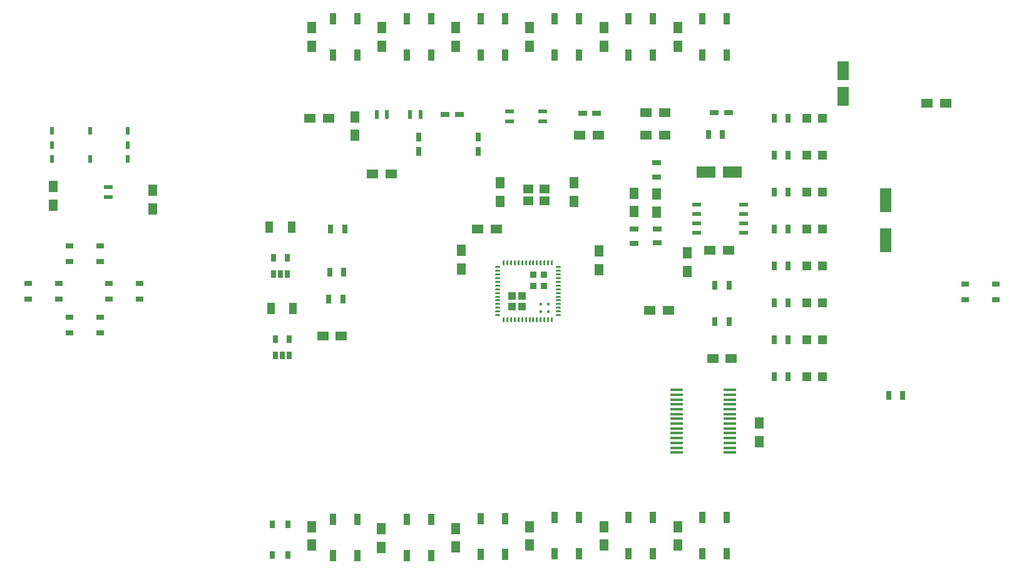
<source format=gtp>
G04 #@! TF.GenerationSoftware,KiCad,Pcbnew,(2016-12-18 revision 3ffa37c)-master*
G04 #@! TF.CreationDate,2017-03-28T17:58:32-07:00*
G04 #@! TF.ProjectId,badge-kicad,62616467652D6B696361642E6B696361,rev?*
G04 #@! TF.FileFunction,Paste,Top*
G04 #@! TF.FilePolarity,Positive*
%FSLAX46Y46*%
G04 Gerber Fmt 4.6, Leading zero omitted, Abs format (unit mm)*
G04 Created by KiCad (PCBNEW (2016-12-18 revision 3ffa37c)-master) date Tuesday, March 28, 2017 'PMt' 05:58:32 PM*
%MOMM*%
%LPD*%
G01*
G04 APERTURE LIST*
%ADD10C,0.150000*%
%ADD11R,0.355600X0.418100*%
%ADD12O,0.254000X0.711200*%
%ADD13O,0.711200X0.254000*%
%ADD14R,1.023800X1.023800*%
%ADD15R,0.925100X0.925100*%
%ADD16R,0.700000X1.300000*%
%ADD17R,1.250000X1.500000*%
%ADD18R,1.500000X1.250000*%
%ADD19R,1.200000X0.750000*%
%ADD20R,0.750000X1.200000*%
%ADD21R,2.499360X1.597660*%
%ADD22R,1.597660X2.499360*%
%ADD23R,1.597660X3.197860*%
%ADD24R,1.300000X0.700000*%
%ADD25R,1.143000X0.508000*%
%ADD26R,1.400000X1.200000*%
%ADD27R,0.500000X1.000000*%
%ADD28R,1.750000X0.450000*%
%ADD29R,0.650000X1.060000*%
%ADD30R,1.000000X1.600000*%
%ADD31R,1.198880X1.198880*%
%ADD32R,1.198880X0.599440*%
%ADD33R,0.599440X1.198880*%
%ADD34R,0.647700X1.049020*%
%ADD35R,1.049020X0.647700*%
%ADD36R,0.899160X1.498600*%
G04 APERTURE END LIST*
D10*
D11*
X150539300Y-91932050D03*
X150539300Y-90932050D03*
X151539300Y-90932050D03*
X151539300Y-91932050D03*
D12*
X145539300Y-85304150D03*
X146039200Y-85304150D03*
X146539100Y-85304150D03*
X147039000Y-85304150D03*
X147538900Y-85304150D03*
X148038800Y-85304150D03*
X148538700Y-85304150D03*
X149038600Y-85304150D03*
X149538500Y-85304150D03*
X150038400Y-85304150D03*
X150538300Y-85304150D03*
X151038200Y-85304150D03*
X151538100Y-85304150D03*
X152038000Y-85304150D03*
X145539300Y-93059750D03*
X146039300Y-93059750D03*
X146539300Y-93059750D03*
X147039300Y-93059750D03*
X147539300Y-93059750D03*
X148039300Y-93059750D03*
X148539300Y-93059750D03*
X149039300Y-93059750D03*
X149539300Y-93059750D03*
X150039300Y-93059750D03*
X150539300Y-93059750D03*
X151039300Y-93059750D03*
X151539300Y-93059750D03*
X152039300Y-93059750D03*
D13*
X144671400Y-85932050D03*
X144671400Y-86432050D03*
X144671400Y-86932050D03*
X144671400Y-87432050D03*
X144671400Y-87932050D03*
X144671400Y-88432050D03*
X144671400Y-88932050D03*
X144671400Y-89432050D03*
X144671400Y-89932050D03*
X144671400Y-90432050D03*
X144671400Y-90932050D03*
X144671400Y-91432050D03*
X144671400Y-91932050D03*
X144671400Y-92432050D03*
X152884200Y-85932050D03*
X152884200Y-86432050D03*
X152884200Y-86932050D03*
X152884200Y-87432050D03*
X152884200Y-87932050D03*
X152884200Y-88432050D03*
X152884200Y-88932050D03*
X152884200Y-89432050D03*
X152884200Y-89932050D03*
X152884200Y-90432050D03*
X152884200Y-90932050D03*
X152884200Y-91432050D03*
X152884200Y-91932050D03*
X152884200Y-92432050D03*
D14*
X147981400Y-89826800D03*
X147981400Y-91211100D03*
X146597100Y-91211090D03*
X146597100Y-89826800D03*
D15*
X149538500Y-88419950D03*
X150926300Y-88419950D03*
X150926300Y-86895950D03*
X149538500Y-86895950D03*
D16*
X174080000Y-88362000D03*
X175980000Y-88362000D03*
D17*
X163170000Y-75902000D03*
X163170000Y-78402000D03*
X139770000Y-83622000D03*
X139770000Y-86122000D03*
X158355000Y-83737000D03*
X158355000Y-86237000D03*
D18*
X141990000Y-80762000D03*
X144490000Y-80762000D03*
D19*
X175880000Y-64962000D03*
X173980000Y-64962000D03*
D20*
X134030000Y-68312000D03*
X134030000Y-70212000D03*
D19*
X139480000Y-65262000D03*
X137580000Y-65262000D03*
D20*
X142030000Y-68312000D03*
X142030000Y-70212000D03*
D19*
X158080000Y-65062000D03*
X156180000Y-65062000D03*
D18*
X173400000Y-83592000D03*
X175900000Y-83592000D03*
D17*
X170320000Y-86462000D03*
X170320000Y-83962000D03*
X166220000Y-78492000D03*
X166220000Y-75992000D03*
D21*
X172902480Y-73072000D03*
X176397520Y-73072000D03*
D22*
X191430000Y-62809520D03*
X191430000Y-59314480D03*
D23*
X197130000Y-76864520D03*
X197130000Y-82259480D03*
D24*
X163170000Y-80762000D03*
X163170000Y-82662000D03*
X166170000Y-73692000D03*
X166170000Y-71792000D03*
D16*
X175080000Y-67962000D03*
X173180000Y-67962000D03*
D24*
X166270000Y-82642000D03*
X166270000Y-80742000D03*
D25*
X171625000Y-77417000D03*
X171625000Y-78687000D03*
X171625000Y-79957000D03*
X171625000Y-81227000D03*
X177975000Y-81227000D03*
X177975000Y-79957000D03*
X177975000Y-78687000D03*
X177975000Y-77417000D03*
D26*
X148830000Y-75362000D03*
X151030000Y-75362000D03*
X151030000Y-76962000D03*
X148830000Y-76962000D03*
D27*
X84430000Y-71262000D03*
X84430000Y-67462000D03*
X94630000Y-67462000D03*
X94630000Y-71262000D03*
X94630000Y-69362000D03*
X84430000Y-69362000D03*
X89530000Y-67462000D03*
X89530000Y-71262000D03*
D28*
X176130000Y-102537000D03*
X176130000Y-103187000D03*
X176130000Y-103837000D03*
X176130000Y-104487000D03*
X176130000Y-105137000D03*
X176130000Y-105787000D03*
X176130000Y-106437000D03*
X176130000Y-107087000D03*
X176130000Y-107737000D03*
X176130000Y-108387000D03*
X176130000Y-109037000D03*
X176130000Y-109687000D03*
X176130000Y-110337000D03*
X176130000Y-110987000D03*
X168930000Y-110987000D03*
X168930000Y-110337000D03*
X168930000Y-109687000D03*
X168930000Y-109037000D03*
X168930000Y-108387000D03*
X168930000Y-107737000D03*
X168930000Y-107087000D03*
X168930000Y-106437000D03*
X168930000Y-105787000D03*
X168930000Y-105137000D03*
X168930000Y-104487000D03*
X168930000Y-103837000D03*
X168930000Y-103187000D03*
X168930000Y-102537000D03*
D29*
X114580000Y-97862000D03*
X115530000Y-97862000D03*
X116480000Y-97862000D03*
X116480000Y-95662000D03*
X114580000Y-95662000D03*
X114330000Y-84662000D03*
X116230000Y-84662000D03*
X116230000Y-86862000D03*
X115280000Y-86862000D03*
X114330000Y-86862000D03*
D17*
X119530000Y-53512000D03*
X119530000Y-56012000D03*
X129030000Y-56012000D03*
X129030000Y-53512000D03*
X139030000Y-56012000D03*
X139030000Y-53512000D03*
X149030000Y-53512000D03*
X149030000Y-56012000D03*
X159030000Y-56012000D03*
X159030000Y-53512000D03*
X169030000Y-53512000D03*
X169030000Y-56012000D03*
X169030000Y-123512000D03*
X169030000Y-121012000D03*
X159030000Y-121012000D03*
X159030000Y-123512000D03*
X149030000Y-123512000D03*
X149030000Y-121012000D03*
X139030000Y-121262000D03*
X139030000Y-123762000D03*
X128930000Y-123812000D03*
X128930000Y-121312000D03*
X119530000Y-121012000D03*
X119530000Y-123512000D03*
D18*
X123530000Y-95262000D03*
X121030000Y-95262000D03*
D30*
X113780000Y-80512000D03*
X116780000Y-80512000D03*
X114030000Y-91512000D03*
X117030000Y-91512000D03*
D18*
X158280000Y-68012000D03*
X155780000Y-68012000D03*
D17*
X145030000Y-74512000D03*
X145030000Y-77012000D03*
D18*
X167280000Y-68012000D03*
X164780000Y-68012000D03*
X164780000Y-65012000D03*
X167280000Y-65012000D03*
X130280000Y-73262000D03*
X127780000Y-73262000D03*
D17*
X125370000Y-68072000D03*
X125370000Y-65572000D03*
D18*
X119280000Y-65762000D03*
X121780000Y-65762000D03*
D17*
X98030000Y-78012000D03*
X98030000Y-75512000D03*
X84530000Y-75012000D03*
X84530000Y-77512000D03*
D18*
X202780000Y-63762000D03*
X205280000Y-63762000D03*
X176280000Y-98262000D03*
X173780000Y-98262000D03*
X167780000Y-91762000D03*
X165280000Y-91762000D03*
D17*
X180030000Y-109512000D03*
X180030000Y-107012000D03*
X155030000Y-77012000D03*
X155030000Y-74512000D03*
D31*
X188579020Y-65762000D03*
X186480980Y-65762000D03*
X188579020Y-70762000D03*
X186480980Y-70762000D03*
X188579020Y-75762000D03*
X186480980Y-75762000D03*
X186480980Y-80762000D03*
X188579020Y-80762000D03*
X186480980Y-85762000D03*
X188579020Y-85762000D03*
X188579020Y-90762000D03*
X186480980Y-90762000D03*
X186480980Y-95762000D03*
X188579020Y-95762000D03*
X186480980Y-100762000D03*
X188579020Y-100762000D03*
D32*
X146280000Y-64810960D03*
X146280000Y-66213040D03*
X150780000Y-66213040D03*
X150780000Y-64810960D03*
D33*
X132828960Y-65262000D03*
X134231040Y-65262000D03*
X129731040Y-65262000D03*
X128328960Y-65262000D03*
D32*
X92030000Y-76463040D03*
X92030000Y-75060960D03*
D16*
X122080000Y-80762000D03*
X123980000Y-80762000D03*
X175980000Y-93262000D03*
X174080000Y-93262000D03*
X121830000Y-90262000D03*
X123730000Y-90262000D03*
X121980000Y-86562000D03*
X123880000Y-86562000D03*
X197580000Y-103262000D03*
X199480000Y-103262000D03*
X183980000Y-70762000D03*
X182080000Y-70762000D03*
X183980000Y-100762000D03*
X182080000Y-100762000D03*
X183980000Y-95762000D03*
X182080000Y-95762000D03*
X183980000Y-65762000D03*
X182080000Y-65762000D03*
X183980000Y-75762000D03*
X182080000Y-75762000D03*
X183980000Y-80762000D03*
X182080000Y-80762000D03*
X183980000Y-90762000D03*
X182080000Y-90762000D03*
X182080000Y-85762000D03*
X183980000Y-85762000D03*
D34*
X116354420Y-120689360D03*
X116354420Y-124834640D03*
X114205580Y-120689360D03*
X114205580Y-124834640D03*
D35*
X86779360Y-82999580D03*
X90924640Y-82999580D03*
X86779360Y-85148420D03*
X90924640Y-85148420D03*
X90924640Y-94800420D03*
X86779360Y-94800420D03*
X90924640Y-92651580D03*
X86779360Y-92651580D03*
X81191360Y-88079580D03*
X85336640Y-88079580D03*
X81191360Y-90228420D03*
X85336640Y-90228420D03*
X96258640Y-90228420D03*
X92113360Y-90228420D03*
X96258640Y-88079580D03*
X92113360Y-88079580D03*
X207957360Y-88187580D03*
X212102640Y-88187580D03*
X207957360Y-90336420D03*
X212102640Y-90336420D03*
D36*
X122381540Y-52313440D03*
X125678460Y-52313440D03*
X125678460Y-57210560D03*
X122381540Y-57210560D03*
X132381540Y-57210560D03*
X135678460Y-57210560D03*
X135678460Y-52313440D03*
X132381540Y-52313440D03*
X142381540Y-52313440D03*
X145678460Y-52313440D03*
X145678460Y-57210560D03*
X142381540Y-57210560D03*
X152381540Y-57210560D03*
X155678460Y-57210560D03*
X155678460Y-52313440D03*
X152381540Y-52313440D03*
X162381540Y-52313440D03*
X165678460Y-52313440D03*
X165678460Y-57210560D03*
X162381540Y-57210560D03*
X172381540Y-57210560D03*
X175678460Y-57210560D03*
X175678460Y-52313440D03*
X172381540Y-52313440D03*
X172381540Y-119813440D03*
X175678460Y-119813440D03*
X175678460Y-124710560D03*
X172381540Y-124710560D03*
X162381540Y-124710560D03*
X165678460Y-124710560D03*
X165678460Y-119813440D03*
X162381540Y-119813440D03*
X152381540Y-124710560D03*
X155678460Y-124710560D03*
X155678460Y-119813440D03*
X152381540Y-119813440D03*
X142381540Y-119913440D03*
X145678460Y-119913440D03*
X145678460Y-124810560D03*
X142381540Y-124810560D03*
X132381540Y-120063440D03*
X135678460Y-120063440D03*
X135678460Y-124960560D03*
X132381540Y-124960560D03*
X122381540Y-124960560D03*
X125678460Y-124960560D03*
X125678460Y-120063440D03*
X122381540Y-120063440D03*
M02*

</source>
